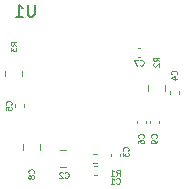
<source format=gbo>
%TF.GenerationSoftware,KiCad,Pcbnew,(6.0.7-1)-1*%
%TF.CreationDate,2022-09-14T15:44:29-04:00*%
%TF.ProjectId,phocuser,70686f63-7573-4657-922e-6b696361645f,rev?*%
%TF.SameCoordinates,Original*%
%TF.FileFunction,Legend,Bot*%
%TF.FilePolarity,Positive*%
%FSLAX46Y46*%
G04 Gerber Fmt 4.6, Leading zero omitted, Abs format (unit mm)*
G04 Created by KiCad (PCBNEW (6.0.7-1)-1) date 2022-09-14 15:44:29*
%MOMM*%
%LPD*%
G01*
G04 APERTURE LIST*
%ADD10C,0.100000*%
%ADD11C,0.150000*%
%ADD12C,0.120000*%
G04 APERTURE END LIST*
D10*
%TO.C,C1*%
X191683333Y-97078571D02*
X191707142Y-97102380D01*
X191778571Y-97126190D01*
X191826190Y-97126190D01*
X191897619Y-97102380D01*
X191945238Y-97054761D01*
X191969047Y-97007142D01*
X191992857Y-96911904D01*
X191992857Y-96840476D01*
X191969047Y-96745238D01*
X191945238Y-96697619D01*
X191897619Y-96650000D01*
X191826190Y-96626190D01*
X191778571Y-96626190D01*
X191707142Y-96650000D01*
X191683333Y-96673809D01*
X191207142Y-97126190D02*
X191492857Y-97126190D01*
X191350000Y-97126190D02*
X191350000Y-96626190D01*
X191397619Y-96697619D01*
X191445238Y-96745238D01*
X191492857Y-96769047D01*
%TO.C,C2*%
X187333333Y-96578571D02*
X187357142Y-96602380D01*
X187428571Y-96626190D01*
X187476190Y-96626190D01*
X187547619Y-96602380D01*
X187595238Y-96554761D01*
X187619047Y-96507142D01*
X187642857Y-96411904D01*
X187642857Y-96340476D01*
X187619047Y-96245238D01*
X187595238Y-96197619D01*
X187547619Y-96150000D01*
X187476190Y-96126190D01*
X187428571Y-96126190D01*
X187357142Y-96150000D01*
X187333333Y-96173809D01*
X187142857Y-96173809D02*
X187119047Y-96150000D01*
X187071428Y-96126190D01*
X186952380Y-96126190D01*
X186904761Y-96150000D01*
X186880952Y-96173809D01*
X186857142Y-96221428D01*
X186857142Y-96269047D01*
X186880952Y-96340476D01*
X187166666Y-96626190D01*
X186857142Y-96626190D01*
%TO.C,C3*%
X192678571Y-94316666D02*
X192702380Y-94292857D01*
X192726190Y-94221428D01*
X192726190Y-94173809D01*
X192702380Y-94102380D01*
X192654761Y-94054761D01*
X192607142Y-94030952D01*
X192511904Y-94007142D01*
X192440476Y-94007142D01*
X192345238Y-94030952D01*
X192297619Y-94054761D01*
X192250000Y-94102380D01*
X192226190Y-94173809D01*
X192226190Y-94221428D01*
X192250000Y-94292857D01*
X192273809Y-94316666D01*
X192226190Y-94483333D02*
X192226190Y-94792857D01*
X192416666Y-94626190D01*
X192416666Y-94697619D01*
X192440476Y-94745238D01*
X192464285Y-94769047D01*
X192511904Y-94792857D01*
X192630952Y-94792857D01*
X192678571Y-94769047D01*
X192702380Y-94745238D01*
X192726190Y-94697619D01*
X192726190Y-94554761D01*
X192702380Y-94507142D01*
X192678571Y-94483333D01*
%TO.C,C4*%
X196778571Y-87836666D02*
X196802380Y-87812857D01*
X196826190Y-87741428D01*
X196826190Y-87693809D01*
X196802380Y-87622380D01*
X196754761Y-87574761D01*
X196707142Y-87550952D01*
X196611904Y-87527142D01*
X196540476Y-87527142D01*
X196445238Y-87550952D01*
X196397619Y-87574761D01*
X196350000Y-87622380D01*
X196326190Y-87693809D01*
X196326190Y-87741428D01*
X196350000Y-87812857D01*
X196373809Y-87836666D01*
X196492857Y-88265238D02*
X196826190Y-88265238D01*
X196302380Y-88146190D02*
X196659523Y-88027142D01*
X196659523Y-88336666D01*
%TO.C,C5*%
X182778571Y-90416666D02*
X182802380Y-90392857D01*
X182826190Y-90321428D01*
X182826190Y-90273809D01*
X182802380Y-90202380D01*
X182754761Y-90154761D01*
X182707142Y-90130952D01*
X182611904Y-90107142D01*
X182540476Y-90107142D01*
X182445238Y-90130952D01*
X182397619Y-90154761D01*
X182350000Y-90202380D01*
X182326190Y-90273809D01*
X182326190Y-90321428D01*
X182350000Y-90392857D01*
X182373809Y-90416666D01*
X182326190Y-90869047D02*
X182326190Y-90630952D01*
X182564285Y-90607142D01*
X182540476Y-90630952D01*
X182516666Y-90678571D01*
X182516666Y-90797619D01*
X182540476Y-90845238D01*
X182564285Y-90869047D01*
X182611904Y-90892857D01*
X182730952Y-90892857D01*
X182778571Y-90869047D01*
X182802380Y-90845238D01*
X182826190Y-90797619D01*
X182826190Y-90678571D01*
X182802380Y-90630952D01*
X182778571Y-90607142D01*
%TO.C,C6*%
X193978571Y-93216666D02*
X194002380Y-93192857D01*
X194026190Y-93121428D01*
X194026190Y-93073809D01*
X194002380Y-93002380D01*
X193954761Y-92954761D01*
X193907142Y-92930952D01*
X193811904Y-92907142D01*
X193740476Y-92907142D01*
X193645238Y-92930952D01*
X193597619Y-92954761D01*
X193550000Y-93002380D01*
X193526190Y-93073809D01*
X193526190Y-93121428D01*
X193550000Y-93192857D01*
X193573809Y-93216666D01*
X193526190Y-93645238D02*
X193526190Y-93550000D01*
X193550000Y-93502380D01*
X193573809Y-93478571D01*
X193645238Y-93430952D01*
X193740476Y-93407142D01*
X193930952Y-93407142D01*
X193978571Y-93430952D01*
X194002380Y-93454761D01*
X194026190Y-93502380D01*
X194026190Y-93597619D01*
X194002380Y-93645238D01*
X193978571Y-93669047D01*
X193930952Y-93692857D01*
X193811904Y-93692857D01*
X193764285Y-93669047D01*
X193740476Y-93645238D01*
X193716666Y-93597619D01*
X193716666Y-93502380D01*
X193740476Y-93454761D01*
X193764285Y-93430952D01*
X193811904Y-93407142D01*
%TO.C,C7*%
X193683333Y-87078571D02*
X193707142Y-87102380D01*
X193778571Y-87126190D01*
X193826190Y-87126190D01*
X193897619Y-87102380D01*
X193945238Y-87054761D01*
X193969047Y-87007142D01*
X193992857Y-86911904D01*
X193992857Y-86840476D01*
X193969047Y-86745238D01*
X193945238Y-86697619D01*
X193897619Y-86650000D01*
X193826190Y-86626190D01*
X193778571Y-86626190D01*
X193707142Y-86650000D01*
X193683333Y-86673809D01*
X193516666Y-86626190D02*
X193183333Y-86626190D01*
X193397619Y-87126190D01*
%TO.C,C8*%
X184678571Y-96216666D02*
X184702380Y-96192857D01*
X184726190Y-96121428D01*
X184726190Y-96073809D01*
X184702380Y-96002380D01*
X184654761Y-95954761D01*
X184607142Y-95930952D01*
X184511904Y-95907142D01*
X184440476Y-95907142D01*
X184345238Y-95930952D01*
X184297619Y-95954761D01*
X184250000Y-96002380D01*
X184226190Y-96073809D01*
X184226190Y-96121428D01*
X184250000Y-96192857D01*
X184273809Y-96216666D01*
X184440476Y-96502380D02*
X184416666Y-96454761D01*
X184392857Y-96430952D01*
X184345238Y-96407142D01*
X184321428Y-96407142D01*
X184273809Y-96430952D01*
X184250000Y-96454761D01*
X184226190Y-96502380D01*
X184226190Y-96597619D01*
X184250000Y-96645238D01*
X184273809Y-96669047D01*
X184321428Y-96692857D01*
X184345238Y-96692857D01*
X184392857Y-96669047D01*
X184416666Y-96645238D01*
X184440476Y-96597619D01*
X184440476Y-96502380D01*
X184464285Y-96454761D01*
X184488095Y-96430952D01*
X184535714Y-96407142D01*
X184630952Y-96407142D01*
X184678571Y-96430952D01*
X184702380Y-96454761D01*
X184726190Y-96502380D01*
X184726190Y-96597619D01*
X184702380Y-96645238D01*
X184678571Y-96669047D01*
X184630952Y-96692857D01*
X184535714Y-96692857D01*
X184488095Y-96669047D01*
X184464285Y-96645238D01*
X184440476Y-96597619D01*
%TO.C,C9*%
X195078571Y-93216666D02*
X195102380Y-93192857D01*
X195126190Y-93121428D01*
X195126190Y-93073809D01*
X195102380Y-93002380D01*
X195054761Y-92954761D01*
X195007142Y-92930952D01*
X194911904Y-92907142D01*
X194840476Y-92907142D01*
X194745238Y-92930952D01*
X194697619Y-92954761D01*
X194650000Y-93002380D01*
X194626190Y-93073809D01*
X194626190Y-93121428D01*
X194650000Y-93192857D01*
X194673809Y-93216666D01*
X195126190Y-93454761D02*
X195126190Y-93550000D01*
X195102380Y-93597619D01*
X195078571Y-93621428D01*
X195007142Y-93669047D01*
X194911904Y-93692857D01*
X194721428Y-93692857D01*
X194673809Y-93669047D01*
X194650000Y-93645238D01*
X194626190Y-93597619D01*
X194626190Y-93502380D01*
X194650000Y-93454761D01*
X194673809Y-93430952D01*
X194721428Y-93407142D01*
X194840476Y-93407142D01*
X194888095Y-93430952D01*
X194911904Y-93454761D01*
X194935714Y-93502380D01*
X194935714Y-93597619D01*
X194911904Y-93645238D01*
X194888095Y-93669047D01*
X194840476Y-93692857D01*
%TO.C,R1*%
X191683333Y-96426190D02*
X191850000Y-96188095D01*
X191969047Y-96426190D02*
X191969047Y-95926190D01*
X191778571Y-95926190D01*
X191730952Y-95950000D01*
X191707142Y-95973809D01*
X191683333Y-96021428D01*
X191683333Y-96092857D01*
X191707142Y-96140476D01*
X191730952Y-96164285D01*
X191778571Y-96188095D01*
X191969047Y-96188095D01*
X191207142Y-96426190D02*
X191492857Y-96426190D01*
X191350000Y-96426190D02*
X191350000Y-95926190D01*
X191397619Y-95997619D01*
X191445238Y-96045238D01*
X191492857Y-96069047D01*
%TO.C,R2*%
X195326190Y-86716666D02*
X195088095Y-86550000D01*
X195326190Y-86430952D02*
X194826190Y-86430952D01*
X194826190Y-86621428D01*
X194850000Y-86669047D01*
X194873809Y-86692857D01*
X194921428Y-86716666D01*
X194992857Y-86716666D01*
X195040476Y-86692857D01*
X195064285Y-86669047D01*
X195088095Y-86621428D01*
X195088095Y-86430952D01*
X194873809Y-86907142D02*
X194850000Y-86930952D01*
X194826190Y-86978571D01*
X194826190Y-87097619D01*
X194850000Y-87145238D01*
X194873809Y-87169047D01*
X194921428Y-87192857D01*
X194969047Y-87192857D01*
X195040476Y-87169047D01*
X195326190Y-86883333D01*
X195326190Y-87192857D01*
%TO.C,R3*%
X183226190Y-85416666D02*
X182988095Y-85250000D01*
X183226190Y-85130952D02*
X182726190Y-85130952D01*
X182726190Y-85321428D01*
X182750000Y-85369047D01*
X182773809Y-85392857D01*
X182821428Y-85416666D01*
X182892857Y-85416666D01*
X182940476Y-85392857D01*
X182964285Y-85369047D01*
X182988095Y-85321428D01*
X182988095Y-85130952D01*
X182726190Y-85583333D02*
X182726190Y-85892857D01*
X182916666Y-85726190D01*
X182916666Y-85797619D01*
X182940476Y-85845238D01*
X182964285Y-85869047D01*
X183011904Y-85892857D01*
X183130952Y-85892857D01*
X183178571Y-85869047D01*
X183202380Y-85845238D01*
X183226190Y-85797619D01*
X183226190Y-85654761D01*
X183202380Y-85607142D01*
X183178571Y-85583333D01*
D11*
%TO.C,U1*%
X184761904Y-81962380D02*
X184761904Y-82771904D01*
X184714285Y-82867142D01*
X184666666Y-82914761D01*
X184571428Y-82962380D01*
X184380952Y-82962380D01*
X184285714Y-82914761D01*
X184238095Y-82867142D01*
X184190476Y-82771904D01*
X184190476Y-81962380D01*
X183190476Y-82962380D02*
X183761904Y-82962380D01*
X183476190Y-82962380D02*
X183476190Y-81962380D01*
X183571428Y-82105238D01*
X183666666Y-82200476D01*
X183761904Y-82248095D01*
D12*
%TO.C,C1*%
X190007836Y-96360000D02*
X189792164Y-96360000D01*
X190007836Y-95640000D02*
X189792164Y-95640000D01*
%TO.C,C2*%
X187461252Y-94265000D02*
X186938748Y-94265000D01*
X187461252Y-95735000D02*
X186938748Y-95735000D01*
%TO.C,C3*%
X191960000Y-94787836D02*
X191960000Y-94572164D01*
X191240000Y-94787836D02*
X191240000Y-94572164D01*
%TO.C,C4*%
X196960000Y-89507836D02*
X196960000Y-89292164D01*
X196240000Y-89507836D02*
X196240000Y-89292164D01*
%TO.C,C5*%
X183140000Y-90607836D02*
X183140000Y-90392164D01*
X183860000Y-90607836D02*
X183860000Y-90392164D01*
%TO.C,C6*%
X193440000Y-91792164D02*
X193440000Y-92007836D01*
X194160000Y-91792164D02*
X194160000Y-92007836D01*
%TO.C,C7*%
X193492164Y-86360000D02*
X193707836Y-86360000D01*
X193492164Y-85640000D02*
X193707836Y-85640000D01*
%TO.C,C8*%
X183765000Y-93738748D02*
X183765000Y-94261252D01*
X185235000Y-93738748D02*
X185235000Y-94261252D01*
%TO.C,C9*%
X194540000Y-91772164D02*
X194540000Y-91987836D01*
X195260000Y-91772164D02*
X195260000Y-91987836D01*
%TO.C,R1*%
X189746359Y-95380000D02*
X190053641Y-95380000D01*
X189746359Y-94620000D02*
X190053641Y-94620000D01*
%TO.C,R2*%
X194365000Y-88772936D02*
X194365000Y-89227064D01*
X195835000Y-88772936D02*
X195835000Y-89227064D01*
%TO.C,R3*%
X183735000Y-88027064D02*
X183735000Y-87572936D01*
X182265000Y-88027064D02*
X182265000Y-87572936D01*
%TD*%
M02*

</source>
